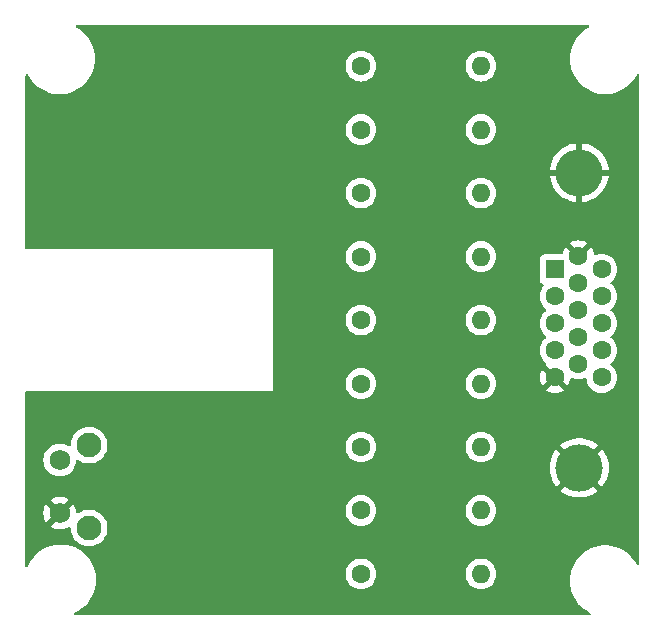
<source format=gtl>
%TF.GenerationSoftware,KiCad,Pcbnew,7.0.10*%
%TF.CreationDate,2024-01-30T15:37:57+11:00*%
%TF.ProjectId,RP2040-TestPatternGenerator,52503230-3430-42d5-9465-737450617474,rev?*%
%TF.SameCoordinates,Original*%
%TF.FileFunction,Copper,L1,Top*%
%TF.FilePolarity,Positive*%
%FSLAX46Y46*%
G04 Gerber Fmt 4.6, Leading zero omitted, Abs format (unit mm)*
G04 Created by KiCad (PCBNEW 7.0.10) date 2024-01-30 15:37:57*
%MOMM*%
%LPD*%
G01*
G04 APERTURE LIST*
%TA.AperFunction,ComponentPad*%
%ADD10O,1.600000X1.600000*%
%TD*%
%TA.AperFunction,ComponentPad*%
%ADD11C,1.600000*%
%TD*%
%TA.AperFunction,ComponentPad*%
%ADD12C,4.000000*%
%TD*%
%TA.AperFunction,ComponentPad*%
%ADD13O,4.000000X4.000000*%
%TD*%
%TA.AperFunction,ComponentPad*%
%ADD14R,1.600000X1.600000*%
%TD*%
%TA.AperFunction,ComponentPad*%
%ADD15C,2.100000*%
%TD*%
%TA.AperFunction,ComponentPad*%
%ADD16C,1.750000*%
%TD*%
G04 APERTURE END LIST*
D10*
%TO.P,R8,2*%
%TO.N,Net-(J1-Pad1)*%
X155580000Y-69875000D03*
D11*
%TO.P,R8,1*%
%TO.N,Net-(U1-14)*%
X145420000Y-69875000D03*
%TD*%
D10*
%TO.P,R7,2*%
%TO.N,Net-(J1-Pad1)*%
X155580000Y-75250000D03*
D11*
%TO.P,R7,1*%
%TO.N,Net-(U1-13)*%
X145420000Y-75250000D03*
%TD*%
D10*
%TO.P,R3,2*%
%TO.N,Net-(J1-Pad2)*%
X155580000Y-96750000D03*
D11*
%TO.P,R3,1*%
%TO.N,Net-(U1-9)*%
X145420000Y-96750000D03*
%TD*%
D10*
%TO.P,R6,2*%
%TO.N,Net-(J1-Pad1)*%
X155580000Y-80625000D03*
D11*
%TO.P,R6,1*%
%TO.N,Net-(U1-12)*%
X145420000Y-80625000D03*
%TD*%
D10*
%TO.P,R9,2*%
%TO.N,Net-(J1-Pad13)*%
X155580000Y-64500000D03*
D11*
%TO.P,R9,1*%
%TO.N,Net-(U1-15)*%
X145420000Y-64500000D03*
%TD*%
D10*
%TO.P,R1,2*%
%TO.N,Net-(J1-Pad3)*%
X155580000Y-107500000D03*
D11*
%TO.P,R1,1*%
%TO.N,Net-(U1-7)*%
X145420000Y-107500000D03*
%TD*%
D10*
%TO.P,R5,2*%
%TO.N,Net-(J1-Pad2)*%
X155580000Y-86000000D03*
D11*
%TO.P,R5,1*%
%TO.N,Net-(U1-11)*%
X145420000Y-86000000D03*
%TD*%
D10*
%TO.P,R4,2*%
%TO.N,Net-(J1-Pad2)*%
X155580000Y-91375000D03*
D11*
%TO.P,R4,1*%
%TO.N,Net-(U1-10)*%
X145420000Y-91375000D03*
%TD*%
D12*
%TO.P,RGBS OUT,0*%
%TO.N,Net-(U1-GND)*%
X163899669Y-98515000D03*
D13*
X163899669Y-73515000D03*
D14*
%TO.P,RGBS OUT,1*%
%TO.N,Net-(J1-Pad1)*%
X161849669Y-81700000D03*
D11*
%TO.P,RGBS OUT,2*%
%TO.N,Net-(J1-Pad2)*%
X161849669Y-83990000D03*
%TO.P,RGBS OUT,3*%
%TO.N,Net-(J1-Pad3)*%
X161849669Y-86280000D03*
%TO.P,RGBS OUT,4*%
%TO.N,unconnected-(J1-Pad4)*%
X161849669Y-88570000D03*
%TO.P,RGBS OUT,5*%
%TO.N,Net-(U1-GND)*%
X161849669Y-90860000D03*
%TO.P,RGBS OUT,6*%
X163829669Y-80555000D03*
%TO.P,RGBS OUT,7*%
X163829669Y-82845000D03*
%TO.P,RGBS OUT,8*%
X163829669Y-85135000D03*
%TO.P,RGBS OUT,9*%
%TO.N,unconnected-(J1-Pad9)*%
X163829669Y-87425000D03*
%TO.P,RGBS OUT,10*%
%TO.N,unconnected-(J1-Pad10)*%
X163829669Y-89715000D03*
%TO.P,RGBS OUT,11*%
%TO.N,unconnected-(J1-Pad11)*%
X165809669Y-81700000D03*
%TO.P,RGBS OUT,12*%
%TO.N,unconnected-(J1-Pad12)*%
X165809669Y-83990000D03*
%TO.P,RGBS OUT,13*%
%TO.N,Net-(J1-Pad13)*%
X165809669Y-86280000D03*
%TO.P,RGBS OUT,14*%
%TO.N,unconnected-(J1-Pad14)*%
X165809669Y-88570000D03*
%TO.P,RGBS OUT,15*%
%TO.N,unconnected-(J1-Pad15)*%
X165809669Y-90860000D03*
%TD*%
D15*
%TO.P,SW1,*%
%TO.N,*%
X122400000Y-103600000D03*
X122400000Y-96590000D03*
D16*
%TO.P,SW1,1,1*%
%TO.N,Net-(U1-GND)*%
X119910000Y-102350000D03*
%TO.P,SW1,2,2*%
%TO.N,Net-(U1-2)*%
X119910000Y-97850000D03*
%TD*%
D10*
%TO.P,R2,2*%
%TO.N,Net-(J1-Pad3)*%
X155580000Y-102125000D03*
D11*
%TO.P,R2,1*%
%TO.N,Net-(U1-8)*%
X145420000Y-102125000D03*
%TD*%
%TA.AperFunction,Conductor*%
%TO.N,Net-(U1-GND)*%
G36*
X164689418Y-61020185D02*
G01*
X164735173Y-61072989D01*
X164745117Y-61142147D01*
X164716092Y-61205703D01*
X164678030Y-61235310D01*
X164601875Y-61273556D01*
X164601873Y-61273557D01*
X164310383Y-61465272D01*
X164043150Y-61689508D01*
X164043140Y-61689518D01*
X163803735Y-61943271D01*
X163803730Y-61943277D01*
X163595404Y-62223108D01*
X163420971Y-62525234D01*
X163420965Y-62525247D01*
X163282789Y-62845575D01*
X163182730Y-63179797D01*
X163182728Y-63179806D01*
X163122153Y-63523346D01*
X163122152Y-63523357D01*
X163101867Y-63871633D01*
X163101867Y-63871640D01*
X163122152Y-64219916D01*
X163122153Y-64219927D01*
X163182728Y-64563467D01*
X163182730Y-64563476D01*
X163182732Y-64563485D01*
X163231593Y-64726692D01*
X163282789Y-64897698D01*
X163420965Y-65218026D01*
X163420971Y-65218039D01*
X163595404Y-65520165D01*
X163803730Y-65799996D01*
X163803735Y-65800002D01*
X163927379Y-65931056D01*
X164043142Y-66053758D01*
X164043148Y-66053763D01*
X164043150Y-66053765D01*
X164310383Y-66278001D01*
X164310386Y-66278003D01*
X164310391Y-66278007D01*
X164601867Y-66469713D01*
X164601873Y-66469716D01*
X164601875Y-66469717D01*
X164913620Y-66626281D01*
X164913621Y-66626282D01*
X164913624Y-66626283D01*
X164913628Y-66626285D01*
X165241457Y-66745606D01*
X165580922Y-66826060D01*
X165927433Y-66866561D01*
X165927440Y-66866561D01*
X166276294Y-66866561D01*
X166276301Y-66866561D01*
X166622812Y-66826060D01*
X166962277Y-66745606D01*
X167290106Y-66626285D01*
X167601867Y-66469713D01*
X167893343Y-66278007D01*
X168160592Y-66053758D01*
X168400000Y-65800000D01*
X168608330Y-65520164D01*
X168768114Y-65243410D01*
X168818680Y-65195196D01*
X168887287Y-65181973D01*
X168952152Y-65207941D01*
X168992680Y-65264856D01*
X168999500Y-65305412D01*
X168999500Y-106637861D01*
X168979815Y-106704900D01*
X168927011Y-106750655D01*
X168857853Y-106760599D01*
X168794297Y-106731574D01*
X168768113Y-106699861D01*
X168608329Y-106423108D01*
X168400003Y-106143277D01*
X168399998Y-106143271D01*
X168284237Y-106020572D01*
X168160592Y-105889516D01*
X168160585Y-105889510D01*
X168160583Y-105889508D01*
X167893350Y-105665272D01*
X167893345Y-105665268D01*
X167893343Y-105665267D01*
X167601867Y-105473561D01*
X167601863Y-105473559D01*
X167601860Y-105473557D01*
X167601858Y-105473556D01*
X167290113Y-105316992D01*
X167290112Y-105316991D01*
X166962274Y-105197667D01*
X166702693Y-105136146D01*
X166622812Y-105117214D01*
X166276301Y-105076713D01*
X165927433Y-105076713D01*
X165580922Y-105117214D01*
X165241459Y-105197667D01*
X164913621Y-105316991D01*
X164913620Y-105316992D01*
X164601875Y-105473556D01*
X164601873Y-105473557D01*
X164310383Y-105665272D01*
X164043150Y-105889508D01*
X164043140Y-105889518D01*
X163803735Y-106143271D01*
X163803730Y-106143277D01*
X163595404Y-106423108D01*
X163420971Y-106725234D01*
X163420965Y-106725247D01*
X163282789Y-107045575D01*
X163222504Y-107246939D01*
X163204177Y-107308160D01*
X163182730Y-107379797D01*
X163182728Y-107379806D01*
X163122153Y-107723346D01*
X163122152Y-107723357D01*
X163101867Y-108071633D01*
X163101867Y-108071640D01*
X163122152Y-108419916D01*
X163122153Y-108419927D01*
X163182728Y-108763467D01*
X163182730Y-108763476D01*
X163182732Y-108763485D01*
X163231654Y-108926896D01*
X163282789Y-109097698D01*
X163420965Y-109418026D01*
X163420971Y-109418039D01*
X163595404Y-109720165D01*
X163803730Y-109999996D01*
X163803735Y-110000002D01*
X163896709Y-110098548D01*
X164043142Y-110253758D01*
X164043148Y-110253763D01*
X164043150Y-110253765D01*
X164310383Y-110478001D01*
X164310386Y-110478003D01*
X164310391Y-110478007D01*
X164601867Y-110669713D01*
X164601873Y-110669716D01*
X164601874Y-110669717D01*
X164790981Y-110764690D01*
X164842055Y-110812368D01*
X164859245Y-110880090D01*
X164837093Y-110946355D01*
X164782631Y-110990124D01*
X164735330Y-110999500D01*
X121218753Y-110999500D01*
X121151714Y-110979815D01*
X121105959Y-110927011D01*
X121096015Y-110857853D01*
X121125040Y-110794297D01*
X121176343Y-110758978D01*
X121178895Y-110758048D01*
X121188239Y-110754648D01*
X121500000Y-110598076D01*
X121791476Y-110406370D01*
X122058725Y-110182121D01*
X122298133Y-109928363D01*
X122506463Y-109648527D01*
X122680898Y-109346398D01*
X122819078Y-109026060D01*
X122919135Y-108691848D01*
X122979715Y-108348279D01*
X123000000Y-108000000D01*
X122979715Y-107651721D01*
X122952963Y-107500001D01*
X144114532Y-107500001D01*
X144134364Y-107726686D01*
X144134366Y-107726697D01*
X144193258Y-107946488D01*
X144193261Y-107946497D01*
X144289431Y-108152732D01*
X144289432Y-108152734D01*
X144419954Y-108339141D01*
X144580858Y-108500045D01*
X144580861Y-108500047D01*
X144767266Y-108630568D01*
X144973504Y-108726739D01*
X145193308Y-108785635D01*
X145355230Y-108799801D01*
X145419998Y-108805468D01*
X145420000Y-108805468D01*
X145420002Y-108805468D01*
X145476673Y-108800509D01*
X145646692Y-108785635D01*
X145866496Y-108726739D01*
X146072734Y-108630568D01*
X146259139Y-108500047D01*
X146420047Y-108339139D01*
X146550568Y-108152734D01*
X146646739Y-107946496D01*
X146705635Y-107726692D01*
X146725468Y-107500001D01*
X154274532Y-107500001D01*
X154294364Y-107726686D01*
X154294366Y-107726697D01*
X154353258Y-107946488D01*
X154353261Y-107946497D01*
X154449431Y-108152732D01*
X154449432Y-108152734D01*
X154579954Y-108339141D01*
X154740858Y-108500045D01*
X154740861Y-108500047D01*
X154927266Y-108630568D01*
X155133504Y-108726739D01*
X155353308Y-108785635D01*
X155515230Y-108799801D01*
X155579998Y-108805468D01*
X155580000Y-108805468D01*
X155580002Y-108805468D01*
X155636673Y-108800509D01*
X155806692Y-108785635D01*
X156026496Y-108726739D01*
X156232734Y-108630568D01*
X156419139Y-108500047D01*
X156580047Y-108339139D01*
X156710568Y-108152734D01*
X156806739Y-107946496D01*
X156865635Y-107726692D01*
X156885468Y-107500000D01*
X156865635Y-107273308D01*
X156806739Y-107053504D01*
X156710568Y-106847266D01*
X156580047Y-106660861D01*
X156580045Y-106660858D01*
X156419141Y-106499954D01*
X156232734Y-106369432D01*
X156232732Y-106369431D01*
X156026497Y-106273261D01*
X156026488Y-106273258D01*
X155806697Y-106214366D01*
X155806693Y-106214365D01*
X155806692Y-106214365D01*
X155806691Y-106214364D01*
X155806686Y-106214364D01*
X155580002Y-106194532D01*
X155579998Y-106194532D01*
X155353313Y-106214364D01*
X155353302Y-106214366D01*
X155133511Y-106273258D01*
X155133502Y-106273261D01*
X154927267Y-106369431D01*
X154927265Y-106369432D01*
X154740858Y-106499954D01*
X154579954Y-106660858D01*
X154449432Y-106847265D01*
X154449431Y-106847267D01*
X154353261Y-107053502D01*
X154353258Y-107053511D01*
X154294366Y-107273302D01*
X154294364Y-107273313D01*
X154274532Y-107499998D01*
X154274532Y-107500001D01*
X146725468Y-107500001D01*
X146725468Y-107500000D01*
X146705635Y-107273308D01*
X146646739Y-107053504D01*
X146550568Y-106847266D01*
X146420047Y-106660861D01*
X146420045Y-106660858D01*
X146259141Y-106499954D01*
X146072734Y-106369432D01*
X146072732Y-106369431D01*
X145866497Y-106273261D01*
X145866488Y-106273258D01*
X145646697Y-106214366D01*
X145646693Y-106214365D01*
X145646692Y-106214365D01*
X145646691Y-106214364D01*
X145646686Y-106214364D01*
X145420002Y-106194532D01*
X145419998Y-106194532D01*
X145193313Y-106214364D01*
X145193302Y-106214366D01*
X144973511Y-106273258D01*
X144973502Y-106273261D01*
X144767267Y-106369431D01*
X144767265Y-106369432D01*
X144580858Y-106499954D01*
X144419954Y-106660858D01*
X144289432Y-106847265D01*
X144289431Y-106847267D01*
X144193261Y-107053502D01*
X144193258Y-107053511D01*
X144134366Y-107273302D01*
X144134364Y-107273313D01*
X144114532Y-107499998D01*
X144114532Y-107500001D01*
X122952963Y-107500001D01*
X122919135Y-107308152D01*
X122819078Y-106973940D01*
X122680898Y-106653602D01*
X122506463Y-106351473D01*
X122506462Y-106351471D01*
X122298136Y-106071640D01*
X122298131Y-106071634D01*
X122182370Y-105948935D01*
X122058725Y-105817879D01*
X122058718Y-105817873D01*
X122058716Y-105817871D01*
X121791483Y-105593635D01*
X121791478Y-105593631D01*
X121791476Y-105593630D01*
X121500000Y-105401924D01*
X121499996Y-105401922D01*
X121499993Y-105401920D01*
X121499991Y-105401919D01*
X121188246Y-105245355D01*
X121188245Y-105245354D01*
X120940806Y-105155293D01*
X120860410Y-105126031D01*
X120860409Y-105126030D01*
X120860407Y-105126030D01*
X120652319Y-105076713D01*
X120520945Y-105045577D01*
X120174434Y-105005076D01*
X119825566Y-105005076D01*
X119479055Y-105045577D01*
X119139592Y-105126030D01*
X118811754Y-105245354D01*
X118811753Y-105245355D01*
X118500008Y-105401919D01*
X118500006Y-105401920D01*
X118208516Y-105593635D01*
X117941283Y-105817871D01*
X117941273Y-105817881D01*
X117701868Y-106071634D01*
X117701863Y-106071640D01*
X117493537Y-106351471D01*
X117319104Y-106653597D01*
X117319098Y-106653610D01*
X117238359Y-106840785D01*
X117193731Y-106894545D01*
X117127123Y-106915643D01*
X117059682Y-106897381D01*
X117012821Y-106845557D01*
X117000500Y-106791671D01*
X117000500Y-102350006D01*
X118530288Y-102350006D01*
X118549103Y-102577085D01*
X118549105Y-102577093D01*
X118605045Y-102797993D01*
X118696579Y-103006669D01*
X118776874Y-103129570D01*
X119430951Y-102475495D01*
X119455102Y-102557745D01*
X119532057Y-102677489D01*
X119639631Y-102770702D01*
X119769108Y-102829833D01*
X119781882Y-102831669D01*
X119129015Y-103484536D01*
X119129015Y-103484538D01*
X119155360Y-103505043D01*
X119155371Y-103505050D01*
X119355769Y-103613499D01*
X119355780Y-103613504D01*
X119571298Y-103687492D01*
X119796065Y-103725000D01*
X120023935Y-103725000D01*
X120248701Y-103687492D01*
X120464219Y-103613504D01*
X120464230Y-103613499D01*
X120662506Y-103506199D01*
X120730834Y-103491604D01*
X120796206Y-103516267D01*
X120837867Y-103572358D01*
X120845140Y-103605523D01*
X120845769Y-103613504D01*
X120863853Y-103843297D01*
X120920830Y-104080619D01*
X121014222Y-104306089D01*
X121141737Y-104514173D01*
X121141738Y-104514176D01*
X121141741Y-104514179D01*
X121300241Y-104699759D01*
X121443897Y-104822453D01*
X121485823Y-104858261D01*
X121485826Y-104858262D01*
X121693910Y-104985777D01*
X121838282Y-105045577D01*
X121913451Y-105076713D01*
X121919381Y-105079169D01*
X121919378Y-105079169D01*
X121919384Y-105079170D01*
X121919388Y-105079172D01*
X122156698Y-105136146D01*
X122400000Y-105155294D01*
X122643302Y-105136146D01*
X122880612Y-105079172D01*
X123106089Y-104985777D01*
X123314179Y-104858259D01*
X123499759Y-104699759D01*
X123658259Y-104514179D01*
X123785777Y-104306089D01*
X123879172Y-104080612D01*
X123936146Y-103843302D01*
X123955294Y-103600000D01*
X123936146Y-103356698D01*
X123879172Y-103119388D01*
X123814867Y-102964141D01*
X123785777Y-102893910D01*
X123658262Y-102685826D01*
X123658261Y-102685823D01*
X123622453Y-102643897D01*
X123499759Y-102500241D01*
X123325836Y-102351697D01*
X123314176Y-102341738D01*
X123314173Y-102341737D01*
X123106089Y-102214222D01*
X122890688Y-102125001D01*
X144114532Y-102125001D01*
X144134364Y-102351686D01*
X144134366Y-102351697D01*
X144193258Y-102571488D01*
X144193261Y-102571497D01*
X144289431Y-102777732D01*
X144289432Y-102777734D01*
X144419954Y-102964141D01*
X144580858Y-103125045D01*
X144627693Y-103157839D01*
X144767266Y-103255568D01*
X144973504Y-103351739D01*
X145193308Y-103410635D01*
X145355230Y-103424801D01*
X145419998Y-103430468D01*
X145420000Y-103430468D01*
X145420002Y-103430468D01*
X145476673Y-103425509D01*
X145646692Y-103410635D01*
X145866496Y-103351739D01*
X146072734Y-103255568D01*
X146259139Y-103125047D01*
X146420047Y-102964139D01*
X146550568Y-102777734D01*
X146646739Y-102571496D01*
X146705635Y-102351692D01*
X146725468Y-102125001D01*
X154274532Y-102125001D01*
X154294364Y-102351686D01*
X154294366Y-102351697D01*
X154353258Y-102571488D01*
X154353261Y-102571497D01*
X154449431Y-102777732D01*
X154449432Y-102777734D01*
X154579954Y-102964141D01*
X154740858Y-103125045D01*
X154787693Y-103157839D01*
X154927266Y-103255568D01*
X155133504Y-103351739D01*
X155353308Y-103410635D01*
X155515230Y-103424801D01*
X155579998Y-103430468D01*
X155580000Y-103430468D01*
X155580002Y-103430468D01*
X155636673Y-103425509D01*
X155806692Y-103410635D01*
X156026496Y-103351739D01*
X156232734Y-103255568D01*
X156419139Y-103125047D01*
X156580047Y-102964139D01*
X156710568Y-102777734D01*
X156806739Y-102571496D01*
X156865635Y-102351692D01*
X156885468Y-102125000D01*
X156885285Y-102122914D01*
X156868346Y-101929298D01*
X156865635Y-101898308D01*
X156806739Y-101678504D01*
X156710568Y-101472266D01*
X156580047Y-101285861D01*
X156580045Y-101285858D01*
X156419141Y-101124954D01*
X156232734Y-100994432D01*
X156232732Y-100994431D01*
X156026497Y-100898261D01*
X156026488Y-100898258D01*
X155806697Y-100839366D01*
X155806693Y-100839365D01*
X155806692Y-100839365D01*
X155806691Y-100839364D01*
X155806686Y-100839364D01*
X155580002Y-100819532D01*
X155579998Y-100819532D01*
X155353313Y-100839364D01*
X155353302Y-100839366D01*
X155133511Y-100898258D01*
X155133502Y-100898261D01*
X154927267Y-100994431D01*
X154927265Y-100994432D01*
X154740858Y-101124954D01*
X154579954Y-101285858D01*
X154449432Y-101472265D01*
X154449431Y-101472267D01*
X154353261Y-101678502D01*
X154353258Y-101678511D01*
X154294366Y-101898302D01*
X154294364Y-101898313D01*
X154274532Y-102124998D01*
X154274532Y-102125001D01*
X146725468Y-102125001D01*
X146725468Y-102125000D01*
X146725285Y-102122914D01*
X146708346Y-101929298D01*
X146705635Y-101898308D01*
X146646739Y-101678504D01*
X146550568Y-101472266D01*
X146420047Y-101285861D01*
X146420045Y-101285858D01*
X146259141Y-101124954D01*
X146072734Y-100994432D01*
X146072732Y-100994431D01*
X145866497Y-100898261D01*
X145866488Y-100898258D01*
X145646697Y-100839366D01*
X145646693Y-100839365D01*
X145646692Y-100839365D01*
X145646691Y-100839364D01*
X145646686Y-100839364D01*
X145420002Y-100819532D01*
X145419998Y-100819532D01*
X145193313Y-100839364D01*
X145193302Y-100839366D01*
X144973511Y-100898258D01*
X144973502Y-100898261D01*
X144767267Y-100994431D01*
X144767265Y-100994432D01*
X144580858Y-101124954D01*
X144419954Y-101285858D01*
X144289432Y-101472265D01*
X144289431Y-101472267D01*
X144193261Y-101678502D01*
X144193258Y-101678511D01*
X144134366Y-101898302D01*
X144134364Y-101898313D01*
X144114532Y-102124998D01*
X144114532Y-102125001D01*
X122890688Y-102125001D01*
X122880618Y-102120830D01*
X122880621Y-102120830D01*
X122774992Y-102095470D01*
X122643302Y-102063854D01*
X122643300Y-102063853D01*
X122643297Y-102063853D01*
X122400000Y-102044706D01*
X122156702Y-102063853D01*
X121919380Y-102120830D01*
X121693910Y-102214222D01*
X121485826Y-102341737D01*
X121481885Y-102344601D01*
X121481214Y-102343677D01*
X121422363Y-102370035D01*
X121353280Y-102359585D01*
X121300812Y-102313444D01*
X121282039Y-102257410D01*
X121270894Y-102122905D01*
X121214954Y-101902006D01*
X121123421Y-101693333D01*
X121043123Y-101570427D01*
X120389048Y-102224503D01*
X120364898Y-102142255D01*
X120287943Y-102022511D01*
X120180369Y-101929298D01*
X120050892Y-101870167D01*
X120038117Y-101868330D01*
X120690983Y-101215462D01*
X120664626Y-101194948D01*
X120464230Y-101086500D01*
X120464219Y-101086495D01*
X120248701Y-101012507D01*
X120023935Y-100975000D01*
X119796065Y-100975000D01*
X119571298Y-101012507D01*
X119355780Y-101086495D01*
X119355769Y-101086500D01*
X119155366Y-101194952D01*
X119129015Y-101215461D01*
X119129015Y-101215463D01*
X119781883Y-101868330D01*
X119769108Y-101870167D01*
X119639631Y-101929298D01*
X119532057Y-102022511D01*
X119455102Y-102142255D01*
X119430951Y-102224504D01*
X118776874Y-101570427D01*
X118696579Y-101693330D01*
X118605045Y-101902006D01*
X118549105Y-102122906D01*
X118549103Y-102122914D01*
X118530288Y-102349993D01*
X118530288Y-102350006D01*
X117000500Y-102350006D01*
X117000500Y-97850006D01*
X118529786Y-97850006D01*
X118548608Y-98077168D01*
X118548610Y-98077179D01*
X118604569Y-98298155D01*
X118696137Y-98506908D01*
X118820814Y-98697742D01*
X118820817Y-98697745D01*
X118941592Y-98828942D01*
X118975208Y-98865458D01*
X118975212Y-98865461D01*
X119155094Y-99005469D01*
X119155096Y-99005470D01*
X119155099Y-99005472D01*
X119271646Y-99068543D01*
X119355574Y-99113963D01*
X119425469Y-99137958D01*
X119571173Y-99187979D01*
X119571175Y-99187979D01*
X119571177Y-99187980D01*
X119796023Y-99225500D01*
X119796024Y-99225500D01*
X120023976Y-99225500D01*
X120023977Y-99225500D01*
X120248823Y-99187980D01*
X120464426Y-99113963D01*
X120664906Y-99005469D01*
X120844794Y-98865456D01*
X120999183Y-98697745D01*
X121118573Y-98515005D01*
X161394726Y-98515005D01*
X161414476Y-98828942D01*
X161414477Y-98828949D01*
X161473424Y-99137958D01*
X161570632Y-99437132D01*
X161570634Y-99437137D01*
X161704569Y-99721761D01*
X161704572Y-99721767D01*
X161873126Y-99987367D01*
X161873129Y-99987371D01*
X161963955Y-100097160D01*
X163299669Y-98761446D01*
X163299669Y-99468551D01*
X162314640Y-100453579D01*
X162314641Y-100453581D01*
X162557441Y-100629985D01*
X162557459Y-100629996D01*
X162833116Y-100781540D01*
X162833124Y-100781544D01*
X163125595Y-100897340D01*
X163430289Y-100975573D01*
X163430298Y-100975575D01*
X163742370Y-101014999D01*
X163742384Y-101015000D01*
X164056954Y-101015000D01*
X164056967Y-101014999D01*
X164369039Y-100975575D01*
X164369048Y-100975573D01*
X164673742Y-100897340D01*
X164966213Y-100781544D01*
X164966221Y-100781540D01*
X165241878Y-100629996D01*
X165241888Y-100629990D01*
X165484695Y-100453579D01*
X165484696Y-100453579D01*
X164499669Y-99468552D01*
X164499669Y-98761448D01*
X165835381Y-100097160D01*
X165926213Y-99987364D01*
X166094765Y-99721767D01*
X166094768Y-99721761D01*
X166228703Y-99437137D01*
X166228705Y-99437132D01*
X166325913Y-99137958D01*
X166384860Y-98828949D01*
X166384861Y-98828942D01*
X166404612Y-98515005D01*
X166404612Y-98514994D01*
X166384861Y-98201057D01*
X166384860Y-98201050D01*
X166325913Y-97892041D01*
X166228705Y-97592867D01*
X166228703Y-97592862D01*
X166094768Y-97308238D01*
X166094765Y-97308232D01*
X165926211Y-97042632D01*
X165926208Y-97042628D01*
X165835381Y-96932838D01*
X164499669Y-98268550D01*
X164499669Y-97561447D01*
X165484696Y-96576419D01*
X165484695Y-96576417D01*
X165241896Y-96400014D01*
X165241878Y-96400003D01*
X164966221Y-96248459D01*
X164966213Y-96248455D01*
X164673742Y-96132659D01*
X164369048Y-96054426D01*
X164369039Y-96054424D01*
X164056967Y-96015000D01*
X163742370Y-96015000D01*
X163430298Y-96054424D01*
X163430289Y-96054426D01*
X163125595Y-96132659D01*
X162833124Y-96248455D01*
X162833116Y-96248459D01*
X162557456Y-96400004D01*
X162557451Y-96400007D01*
X162314641Y-96576418D01*
X162314640Y-96576419D01*
X163299669Y-97561447D01*
X163299669Y-98268552D01*
X161963955Y-96932838D01*
X161963954Y-96932838D01*
X161873128Y-97042629D01*
X161873126Y-97042632D01*
X161704572Y-97308232D01*
X161704569Y-97308238D01*
X161570634Y-97592862D01*
X161570632Y-97592867D01*
X161473424Y-97892041D01*
X161414477Y-98201050D01*
X161414476Y-98201057D01*
X161394726Y-98514994D01*
X161394726Y-98515005D01*
X121118573Y-98515005D01*
X121123862Y-98506909D01*
X121215430Y-98298155D01*
X121271390Y-98077176D01*
X121283282Y-97933647D01*
X121308436Y-97868465D01*
X121364838Y-97827226D01*
X121434581Y-97823028D01*
X121481122Y-97846448D01*
X121481885Y-97845399D01*
X121485816Y-97848254D01*
X121485821Y-97848259D01*
X121485826Y-97848262D01*
X121693910Y-97975777D01*
X121919381Y-98069169D01*
X121919378Y-98069169D01*
X121919384Y-98069170D01*
X121919388Y-98069172D01*
X122156698Y-98126146D01*
X122400000Y-98145294D01*
X122643302Y-98126146D01*
X122880612Y-98069172D01*
X123106089Y-97975777D01*
X123314179Y-97848259D01*
X123499759Y-97689759D01*
X123658259Y-97504179D01*
X123785777Y-97296089D01*
X123879172Y-97070612D01*
X123936146Y-96833302D01*
X123942702Y-96750001D01*
X144114532Y-96750001D01*
X144134364Y-96976686D01*
X144134366Y-96976697D01*
X144193258Y-97196488D01*
X144193261Y-97196497D01*
X144289431Y-97402732D01*
X144289432Y-97402734D01*
X144419954Y-97589141D01*
X144580858Y-97750045D01*
X144580861Y-97750047D01*
X144767266Y-97880568D01*
X144973504Y-97976739D01*
X145193308Y-98035635D01*
X145355230Y-98049801D01*
X145419998Y-98055468D01*
X145420000Y-98055468D01*
X145420002Y-98055468D01*
X145476673Y-98050509D01*
X145646692Y-98035635D01*
X145866496Y-97976739D01*
X146072734Y-97880568D01*
X146259139Y-97750047D01*
X146420047Y-97589139D01*
X146550568Y-97402734D01*
X146646739Y-97196496D01*
X146705635Y-96976692D01*
X146725468Y-96750001D01*
X154274532Y-96750001D01*
X154294364Y-96976686D01*
X154294366Y-96976697D01*
X154353258Y-97196488D01*
X154353261Y-97196497D01*
X154449431Y-97402732D01*
X154449432Y-97402734D01*
X154579954Y-97589141D01*
X154740858Y-97750045D01*
X154740861Y-97750047D01*
X154927266Y-97880568D01*
X155133504Y-97976739D01*
X155353308Y-98035635D01*
X155515230Y-98049801D01*
X155579998Y-98055468D01*
X155580000Y-98055468D01*
X155580002Y-98055468D01*
X155636673Y-98050509D01*
X155806692Y-98035635D01*
X156026496Y-97976739D01*
X156232734Y-97880568D01*
X156419139Y-97750047D01*
X156580047Y-97589139D01*
X156710568Y-97402734D01*
X156806739Y-97196496D01*
X156865635Y-96976692D01*
X156885468Y-96750000D01*
X156865635Y-96523308D01*
X156806739Y-96303504D01*
X156710568Y-96097266D01*
X156580047Y-95910861D01*
X156580045Y-95910858D01*
X156419141Y-95749954D01*
X156232734Y-95619432D01*
X156232732Y-95619431D01*
X156026497Y-95523261D01*
X156026488Y-95523258D01*
X155806697Y-95464366D01*
X155806693Y-95464365D01*
X155806692Y-95464365D01*
X155806691Y-95464364D01*
X155806686Y-95464364D01*
X155580002Y-95444532D01*
X155579998Y-95444532D01*
X155353313Y-95464364D01*
X155353302Y-95464366D01*
X155133511Y-95523258D01*
X155133502Y-95523261D01*
X154927267Y-95619431D01*
X154927265Y-95619432D01*
X154740858Y-95749954D01*
X154579954Y-95910858D01*
X154449432Y-96097265D01*
X154449431Y-96097267D01*
X154353261Y-96303502D01*
X154353258Y-96303511D01*
X154294366Y-96523302D01*
X154294364Y-96523313D01*
X154274532Y-96749998D01*
X154274532Y-96750001D01*
X146725468Y-96750001D01*
X146725468Y-96750000D01*
X146705635Y-96523308D01*
X146646739Y-96303504D01*
X146550568Y-96097266D01*
X146420047Y-95910861D01*
X146420045Y-95910858D01*
X146259141Y-95749954D01*
X146072734Y-95619432D01*
X146072732Y-95619431D01*
X145866497Y-95523261D01*
X145866488Y-95523258D01*
X145646697Y-95464366D01*
X145646693Y-95464365D01*
X145646692Y-95464365D01*
X145646691Y-95464364D01*
X145646686Y-95464364D01*
X145420002Y-95444532D01*
X145419998Y-95444532D01*
X145193313Y-95464364D01*
X145193302Y-95464366D01*
X144973511Y-95523258D01*
X144973502Y-95523261D01*
X144767267Y-95619431D01*
X144767265Y-95619432D01*
X144580858Y-95749954D01*
X144419954Y-95910858D01*
X144289432Y-96097265D01*
X144289431Y-96097267D01*
X144193261Y-96303502D01*
X144193258Y-96303511D01*
X144134366Y-96523302D01*
X144134364Y-96523313D01*
X144114532Y-96749998D01*
X144114532Y-96750001D01*
X123942702Y-96750001D01*
X123955294Y-96590000D01*
X123936146Y-96346698D01*
X123879172Y-96109388D01*
X123879169Y-96109380D01*
X123785777Y-95883910D01*
X123658262Y-95675826D01*
X123658261Y-95675823D01*
X123610097Y-95619431D01*
X123499759Y-95490241D01*
X123377063Y-95385449D01*
X123314176Y-95331738D01*
X123314173Y-95331737D01*
X123106089Y-95204222D01*
X122880618Y-95110830D01*
X122880621Y-95110830D01*
X122774992Y-95085470D01*
X122643302Y-95053854D01*
X122643300Y-95053853D01*
X122643297Y-95053853D01*
X122400000Y-95034706D01*
X122156702Y-95053853D01*
X121919380Y-95110830D01*
X121693910Y-95204222D01*
X121485826Y-95331737D01*
X121485823Y-95331738D01*
X121300241Y-95490241D01*
X121141738Y-95675823D01*
X121141737Y-95675826D01*
X121014222Y-95883910D01*
X120920830Y-96109380D01*
X120863853Y-96346702D01*
X120844429Y-96593520D01*
X120819545Y-96658808D01*
X120763314Y-96700279D01*
X120693589Y-96704766D01*
X120661794Y-96692846D01*
X120464432Y-96586040D01*
X120464429Y-96586039D01*
X120464426Y-96586037D01*
X120464420Y-96586035D01*
X120464418Y-96586034D01*
X120248826Y-96512020D01*
X120080188Y-96483880D01*
X120023977Y-96474500D01*
X119796023Y-96474500D01*
X119751053Y-96482004D01*
X119571173Y-96512020D01*
X119355581Y-96586034D01*
X119355567Y-96586040D01*
X119155099Y-96694527D01*
X119155090Y-96694533D01*
X118975212Y-96834538D01*
X118975208Y-96834541D01*
X118820814Y-97002257D01*
X118696137Y-97193091D01*
X118604569Y-97401844D01*
X118548610Y-97622820D01*
X118548608Y-97622831D01*
X118529786Y-97849993D01*
X118529786Y-97850006D01*
X117000500Y-97850006D01*
X117000500Y-92103500D01*
X117020185Y-92036461D01*
X117072989Y-91990706D01*
X117124500Y-91979500D01*
X137975240Y-91979500D01*
X137975383Y-91979528D01*
X137975384Y-91979524D01*
X137999997Y-91979539D01*
X138000000Y-91979541D01*
X138000383Y-91979383D01*
X138000500Y-91979099D01*
X138000541Y-91979000D01*
X138000540Y-91978997D01*
X138000583Y-91954889D01*
X138000500Y-91954467D01*
X138000500Y-91375001D01*
X144114532Y-91375001D01*
X144134364Y-91601686D01*
X144134366Y-91601697D01*
X144193258Y-91821488D01*
X144193261Y-91821497D01*
X144289431Y-92027732D01*
X144289432Y-92027734D01*
X144419954Y-92214141D01*
X144580858Y-92375045D01*
X144580861Y-92375047D01*
X144767266Y-92505568D01*
X144973504Y-92601739D01*
X145193308Y-92660635D01*
X145355230Y-92674801D01*
X145419998Y-92680468D01*
X145420000Y-92680468D01*
X145420002Y-92680468D01*
X145476673Y-92675509D01*
X145646692Y-92660635D01*
X145866496Y-92601739D01*
X146072734Y-92505568D01*
X146259139Y-92375047D01*
X146420047Y-92214139D01*
X146550568Y-92027734D01*
X146646739Y-91821496D01*
X146705635Y-91601692D01*
X146725468Y-91375001D01*
X154274532Y-91375001D01*
X154294364Y-91601686D01*
X154294366Y-91601697D01*
X154353258Y-91821488D01*
X154353261Y-91821497D01*
X154449431Y-92027732D01*
X154449432Y-92027734D01*
X154579954Y-92214141D01*
X154740858Y-92375045D01*
X154740861Y-92375047D01*
X154927266Y-92505568D01*
X155133504Y-92601739D01*
X155353308Y-92660635D01*
X155515230Y-92674801D01*
X155579998Y-92680468D01*
X155580000Y-92680468D01*
X155580002Y-92680468D01*
X155636673Y-92675509D01*
X155806692Y-92660635D01*
X156026496Y-92601739D01*
X156232734Y-92505568D01*
X156419139Y-92375047D01*
X156580047Y-92214139D01*
X156710568Y-92027734D01*
X156806739Y-91821496D01*
X156865635Y-91601692D01*
X156885468Y-91375000D01*
X156865635Y-91148308D01*
X156810285Y-90941738D01*
X156806741Y-90928511D01*
X156806738Y-90928502D01*
X156710568Y-90722267D01*
X156710567Y-90722265D01*
X156648279Y-90633308D01*
X156580047Y-90535861D01*
X156580045Y-90535858D01*
X156419141Y-90374954D01*
X156232734Y-90244432D01*
X156232732Y-90244431D01*
X156026497Y-90148261D01*
X156026488Y-90148258D01*
X155806697Y-90089366D01*
X155806693Y-90089365D01*
X155806692Y-90089365D01*
X155806691Y-90089364D01*
X155806686Y-90089364D01*
X155580002Y-90069532D01*
X155579998Y-90069532D01*
X155353313Y-90089364D01*
X155353302Y-90089366D01*
X155133511Y-90148258D01*
X155133502Y-90148261D01*
X154927267Y-90244431D01*
X154927265Y-90244432D01*
X154740858Y-90374954D01*
X154579954Y-90535858D01*
X154449432Y-90722265D01*
X154449431Y-90722267D01*
X154353261Y-90928502D01*
X154353258Y-90928511D01*
X154294366Y-91148302D01*
X154294364Y-91148313D01*
X154274532Y-91374998D01*
X154274532Y-91375001D01*
X146725468Y-91375001D01*
X146725468Y-91375000D01*
X146705635Y-91148308D01*
X146650285Y-90941738D01*
X146646741Y-90928511D01*
X146646738Y-90928502D01*
X146550568Y-90722267D01*
X146550567Y-90722265D01*
X146488279Y-90633308D01*
X146420047Y-90535861D01*
X146420045Y-90535858D01*
X146259141Y-90374954D01*
X146072734Y-90244432D01*
X146072732Y-90244431D01*
X145866497Y-90148261D01*
X145866488Y-90148258D01*
X145646697Y-90089366D01*
X145646693Y-90089365D01*
X145646692Y-90089365D01*
X145646691Y-90089364D01*
X145646686Y-90089364D01*
X145420002Y-90069532D01*
X145419998Y-90069532D01*
X145193313Y-90089364D01*
X145193302Y-90089366D01*
X144973511Y-90148258D01*
X144973502Y-90148261D01*
X144767267Y-90244431D01*
X144767265Y-90244432D01*
X144580858Y-90374954D01*
X144419954Y-90535858D01*
X144289432Y-90722265D01*
X144289431Y-90722267D01*
X144193261Y-90928502D01*
X144193258Y-90928511D01*
X144134366Y-91148302D01*
X144134364Y-91148313D01*
X144114532Y-91374998D01*
X144114532Y-91375001D01*
X138000500Y-91375001D01*
X138000500Y-88570001D01*
X160544201Y-88570001D01*
X160564033Y-88796686D01*
X160564035Y-88796697D01*
X160622927Y-89016488D01*
X160622930Y-89016497D01*
X160719100Y-89222732D01*
X160719101Y-89222734D01*
X160849623Y-89409141D01*
X161010527Y-89570045D01*
X161076378Y-89616154D01*
X161120003Y-89670730D01*
X161128783Y-89728536D01*
X161124195Y-89780974D01*
X161717135Y-90373913D01*
X161707354Y-90375320D01*
X161576569Y-90435048D01*
X161467908Y-90529202D01*
X161390176Y-90650156D01*
X161366592Y-90730475D01*
X160770643Y-90134526D01*
X160770642Y-90134526D01*
X160719537Y-90207512D01*
X160719535Y-90207516D01*
X160623403Y-90413673D01*
X160623399Y-90413682D01*
X160564529Y-90633389D01*
X160564527Y-90633400D01*
X160544703Y-90859997D01*
X160544703Y-90860002D01*
X160564527Y-91086599D01*
X160564529Y-91086610D01*
X160623399Y-91306317D01*
X160623404Y-91306331D01*
X160719532Y-91512478D01*
X160770643Y-91585472D01*
X161366592Y-90989523D01*
X161390176Y-91069844D01*
X161467908Y-91190798D01*
X161576569Y-91284952D01*
X161707354Y-91344680D01*
X161717135Y-91346086D01*
X161124195Y-91939025D01*
X161197182Y-91990132D01*
X161197190Y-91990136D01*
X161403337Y-92086264D01*
X161403351Y-92086269D01*
X161623058Y-92145139D01*
X161623069Y-92145141D01*
X161849667Y-92164966D01*
X161849671Y-92164966D01*
X162076268Y-92145141D01*
X162076279Y-92145139D01*
X162295986Y-92086269D01*
X162296000Y-92086264D01*
X162502147Y-91990136D01*
X162575140Y-91939024D01*
X161982202Y-91346086D01*
X161991984Y-91344680D01*
X162122769Y-91284952D01*
X162231430Y-91190798D01*
X162309162Y-91069844D01*
X162332745Y-90989523D01*
X162928693Y-91585471D01*
X162979805Y-91512478D01*
X163075933Y-91306331D01*
X163075938Y-91306317D01*
X163134808Y-91086610D01*
X163134810Y-91086599D01*
X163141287Y-91012560D01*
X163166738Y-90947491D01*
X163223329Y-90906512D01*
X163293091Y-90902633D01*
X163317216Y-90910982D01*
X163383173Y-90941739D01*
X163602977Y-91000635D01*
X163741818Y-91012782D01*
X163829667Y-91020468D01*
X163829669Y-91020468D01*
X163829671Y-91020468D01*
X163886342Y-91015509D01*
X164056361Y-91000635D01*
X164276165Y-90941739D01*
X164341634Y-90911209D01*
X164410710Y-90900717D01*
X164474494Y-90929236D01*
X164512735Y-90987712D01*
X164517567Y-91012782D01*
X164524033Y-91086687D01*
X164524035Y-91086697D01*
X164582927Y-91306488D01*
X164582930Y-91306497D01*
X164679100Y-91512732D01*
X164679101Y-91512734D01*
X164809623Y-91699141D01*
X164970527Y-91860045D01*
X164970530Y-91860047D01*
X165156935Y-91990568D01*
X165363173Y-92086739D01*
X165582977Y-92145635D01*
X165744899Y-92159801D01*
X165809667Y-92165468D01*
X165809669Y-92165468D01*
X165809671Y-92165468D01*
X165866342Y-92160509D01*
X166036361Y-92145635D01*
X166256165Y-92086739D01*
X166462403Y-91990568D01*
X166648808Y-91860047D01*
X166809716Y-91699139D01*
X166940237Y-91512734D01*
X167036408Y-91306496D01*
X167095304Y-91086692D01*
X167115137Y-90860000D01*
X167112369Y-90828367D01*
X167095304Y-90633313D01*
X167095304Y-90633308D01*
X167036408Y-90413504D01*
X166940237Y-90207266D01*
X166809716Y-90020861D01*
X166809714Y-90020858D01*
X166648811Y-89859955D01*
X166637748Y-89852208D01*
X166586857Y-89816574D01*
X166543232Y-89761999D01*
X166536038Y-89692501D01*
X166567560Y-89630146D01*
X166586855Y-89613426D01*
X166648808Y-89570047D01*
X166809716Y-89409139D01*
X166940237Y-89222734D01*
X167036408Y-89016496D01*
X167095304Y-88796692D01*
X167115137Y-88570000D01*
X167112369Y-88538367D01*
X167095304Y-88343313D01*
X167095304Y-88343308D01*
X167036408Y-88123504D01*
X166940237Y-87917266D01*
X166809716Y-87730861D01*
X166809714Y-87730858D01*
X166648811Y-87569955D01*
X166637748Y-87562208D01*
X166586857Y-87526574D01*
X166543232Y-87471999D01*
X166536038Y-87402501D01*
X166567560Y-87340146D01*
X166586857Y-87323425D01*
X166648808Y-87280047D01*
X166809716Y-87119139D01*
X166940237Y-86932734D01*
X167036408Y-86726496D01*
X167095304Y-86506692D01*
X167115137Y-86280000D01*
X167095304Y-86053308D01*
X167036408Y-85833504D01*
X166940237Y-85627266D01*
X166809716Y-85440861D01*
X166809714Y-85440858D01*
X166648811Y-85279955D01*
X166637748Y-85272208D01*
X166586857Y-85236574D01*
X166543232Y-85181999D01*
X166536038Y-85112501D01*
X166567560Y-85050146D01*
X166586857Y-85033425D01*
X166648808Y-84990047D01*
X166809716Y-84829139D01*
X166940237Y-84642734D01*
X167036408Y-84436496D01*
X167095304Y-84216692D01*
X167115137Y-83990000D01*
X167095304Y-83763308D01*
X167036408Y-83543504D01*
X166940237Y-83337266D01*
X166809716Y-83150861D01*
X166809715Y-83150860D01*
X166809714Y-83150858D01*
X166648811Y-82989955D01*
X166588959Y-82948047D01*
X166586857Y-82946574D01*
X166543232Y-82891999D01*
X166536038Y-82822501D01*
X166567560Y-82760146D01*
X166586855Y-82743426D01*
X166648808Y-82700047D01*
X166809716Y-82539139D01*
X166940237Y-82352734D01*
X167036408Y-82146496D01*
X167095304Y-81926692D01*
X167115137Y-81700000D01*
X167095304Y-81473308D01*
X167036408Y-81253504D01*
X166940237Y-81047266D01*
X166809716Y-80860861D01*
X166809714Y-80860858D01*
X166648810Y-80699954D01*
X166462403Y-80569432D01*
X166462401Y-80569431D01*
X166256166Y-80473261D01*
X166256157Y-80473258D01*
X166036366Y-80414366D01*
X166036362Y-80414365D01*
X166036361Y-80414365D01*
X166036360Y-80414364D01*
X166036355Y-80414364D01*
X165809671Y-80394532D01*
X165809667Y-80394532D01*
X165582982Y-80414364D01*
X165582971Y-80414366D01*
X165363180Y-80473258D01*
X165363175Y-80473260D01*
X165297219Y-80504016D01*
X165228141Y-80514507D01*
X165164358Y-80485987D01*
X165126119Y-80427510D01*
X165121287Y-80402439D01*
X165114810Y-80328400D01*
X165114808Y-80328389D01*
X165055938Y-80108682D01*
X165055933Y-80108668D01*
X164959805Y-79902521D01*
X164959801Y-79902513D01*
X164908694Y-79829526D01*
X164312745Y-80425474D01*
X164289162Y-80345156D01*
X164211430Y-80224202D01*
X164102769Y-80130048D01*
X163971984Y-80070320D01*
X163962202Y-80068913D01*
X164555141Y-79475974D01*
X164482147Y-79424863D01*
X164276000Y-79328735D01*
X164275986Y-79328730D01*
X164056279Y-79269860D01*
X164056268Y-79269858D01*
X163829671Y-79250034D01*
X163829667Y-79250034D01*
X163603069Y-79269858D01*
X163603058Y-79269860D01*
X163383351Y-79328730D01*
X163383342Y-79328734D01*
X163177185Y-79424866D01*
X163177181Y-79424868D01*
X163104195Y-79475973D01*
X163104195Y-79475974D01*
X163697135Y-80068913D01*
X163687354Y-80070320D01*
X163556569Y-80130048D01*
X163447908Y-80224202D01*
X163370176Y-80345156D01*
X163346592Y-80425475D01*
X162750643Y-79829526D01*
X162750642Y-79829526D01*
X162699537Y-79902512D01*
X162699535Y-79902516D01*
X162603403Y-80108673D01*
X162603400Y-80108680D01*
X162550101Y-80307594D01*
X162513736Y-80367254D01*
X162450889Y-80397783D01*
X162430326Y-80399500D01*
X161001798Y-80399500D01*
X161001792Y-80399501D01*
X160942185Y-80405908D01*
X160807340Y-80456202D01*
X160807333Y-80456206D01*
X160692124Y-80542452D01*
X160692121Y-80542455D01*
X160605875Y-80657664D01*
X160605871Y-80657671D01*
X160555577Y-80792517D01*
X160549170Y-80852116D01*
X160549169Y-80852135D01*
X160549169Y-82547870D01*
X160549170Y-82547876D01*
X160555577Y-82607483D01*
X160605871Y-82742328D01*
X160605875Y-82742335D01*
X160692121Y-82857544D01*
X160692124Y-82857547D01*
X160807333Y-82943793D01*
X160807344Y-82943799D01*
X160808166Y-82944106D01*
X160808867Y-82944631D01*
X160815123Y-82948047D01*
X160814631Y-82948946D01*
X160864100Y-82985977D01*
X160888516Y-83051442D01*
X160873664Y-83119715D01*
X160852520Y-83147962D01*
X160849622Y-83150860D01*
X160719101Y-83337265D01*
X160719100Y-83337267D01*
X160622930Y-83543502D01*
X160622927Y-83543511D01*
X160564035Y-83763302D01*
X160564033Y-83763313D01*
X160544201Y-83989998D01*
X160544201Y-83990001D01*
X160564033Y-84216686D01*
X160564035Y-84216697D01*
X160622927Y-84436488D01*
X160622930Y-84436497D01*
X160719100Y-84642732D01*
X160719101Y-84642734D01*
X160849623Y-84829141D01*
X161010528Y-84990046D01*
X161072480Y-85033425D01*
X161116105Y-85088002D01*
X161123299Y-85157500D01*
X161091776Y-85219855D01*
X161072480Y-85236575D01*
X161010528Y-85279953D01*
X160849623Y-85440858D01*
X160719101Y-85627265D01*
X160719100Y-85627267D01*
X160622930Y-85833502D01*
X160622927Y-85833511D01*
X160564035Y-86053302D01*
X160564033Y-86053313D01*
X160544201Y-86279998D01*
X160544201Y-86280001D01*
X160564033Y-86506686D01*
X160564035Y-86506697D01*
X160622927Y-86726488D01*
X160622930Y-86726497D01*
X160719100Y-86932732D01*
X160719101Y-86932734D01*
X160849623Y-87119141D01*
X161010528Y-87280046D01*
X161072480Y-87323425D01*
X161116105Y-87378002D01*
X161123299Y-87447500D01*
X161091776Y-87509855D01*
X161072480Y-87526575D01*
X161010528Y-87569953D01*
X160849623Y-87730858D01*
X160719101Y-87917265D01*
X160719100Y-87917267D01*
X160622930Y-88123502D01*
X160622927Y-88123511D01*
X160564035Y-88343302D01*
X160564033Y-88343313D01*
X160544201Y-88569998D01*
X160544201Y-88570001D01*
X138000500Y-88570001D01*
X138000500Y-86000001D01*
X144114532Y-86000001D01*
X144134364Y-86226686D01*
X144134366Y-86226697D01*
X144193258Y-86446488D01*
X144193261Y-86446497D01*
X144289431Y-86652732D01*
X144289432Y-86652734D01*
X144419954Y-86839141D01*
X144580858Y-87000045D01*
X144580861Y-87000047D01*
X144767266Y-87130568D01*
X144973504Y-87226739D01*
X145193308Y-87285635D01*
X145355230Y-87299801D01*
X145419998Y-87305468D01*
X145420000Y-87305468D01*
X145420002Y-87305468D01*
X145476673Y-87300509D01*
X145646692Y-87285635D01*
X145866496Y-87226739D01*
X146072734Y-87130568D01*
X146259139Y-87000047D01*
X146420047Y-86839139D01*
X146550568Y-86652734D01*
X146646739Y-86446496D01*
X146705635Y-86226692D01*
X146725468Y-86000001D01*
X154274532Y-86000001D01*
X154294364Y-86226686D01*
X154294366Y-86226697D01*
X154353258Y-86446488D01*
X154353261Y-86446497D01*
X154449431Y-86652732D01*
X154449432Y-86652734D01*
X154579954Y-86839141D01*
X154740858Y-87000045D01*
X154740861Y-87000047D01*
X154927266Y-87130568D01*
X155133504Y-87226739D01*
X155353308Y-87285635D01*
X155515230Y-87299801D01*
X155579998Y-87305468D01*
X155580000Y-87305468D01*
X155580002Y-87305468D01*
X155636673Y-87300509D01*
X155806692Y-87285635D01*
X156026496Y-87226739D01*
X156232734Y-87130568D01*
X156419139Y-87000047D01*
X156580047Y-86839139D01*
X156710568Y-86652734D01*
X156806739Y-86446496D01*
X156865635Y-86226692D01*
X156885468Y-86000000D01*
X156865635Y-85773308D01*
X156806739Y-85553504D01*
X156710568Y-85347266D01*
X156580047Y-85160861D01*
X156580045Y-85160858D01*
X156419141Y-84999954D01*
X156232734Y-84869432D01*
X156232732Y-84869431D01*
X156026497Y-84773261D01*
X156026488Y-84773258D01*
X155806697Y-84714366D01*
X155806693Y-84714365D01*
X155806692Y-84714365D01*
X155806691Y-84714364D01*
X155806686Y-84714364D01*
X155580002Y-84694532D01*
X155579998Y-84694532D01*
X155353313Y-84714364D01*
X155353302Y-84714366D01*
X155133511Y-84773258D01*
X155133502Y-84773261D01*
X154927267Y-84869431D01*
X154927265Y-84869432D01*
X154740858Y-84999954D01*
X154579954Y-85160858D01*
X154449432Y-85347265D01*
X154449431Y-85347267D01*
X154353261Y-85553502D01*
X154353258Y-85553511D01*
X154294366Y-85773302D01*
X154294364Y-85773313D01*
X154274532Y-85999998D01*
X154274532Y-86000001D01*
X146725468Y-86000001D01*
X146725468Y-86000000D01*
X146705635Y-85773308D01*
X146646739Y-85553504D01*
X146550568Y-85347266D01*
X146420047Y-85160861D01*
X146420045Y-85160858D01*
X146259141Y-84999954D01*
X146072734Y-84869432D01*
X146072732Y-84869431D01*
X145866497Y-84773261D01*
X145866488Y-84773258D01*
X145646697Y-84714366D01*
X145646693Y-84714365D01*
X145646692Y-84714365D01*
X145646691Y-84714364D01*
X145646686Y-84714364D01*
X145420002Y-84694532D01*
X145419998Y-84694532D01*
X145193313Y-84714364D01*
X145193302Y-84714366D01*
X144973511Y-84773258D01*
X144973502Y-84773261D01*
X144767267Y-84869431D01*
X144767265Y-84869432D01*
X144580858Y-84999954D01*
X144419954Y-85160858D01*
X144289432Y-85347265D01*
X144289431Y-85347267D01*
X144193261Y-85553502D01*
X144193258Y-85553511D01*
X144134366Y-85773302D01*
X144134364Y-85773313D01*
X144114532Y-85999998D01*
X144114532Y-86000001D01*
X138000500Y-86000001D01*
X138000500Y-80625001D01*
X144114532Y-80625001D01*
X144134364Y-80851686D01*
X144134366Y-80851697D01*
X144193258Y-81071488D01*
X144193261Y-81071497D01*
X144289431Y-81277732D01*
X144289432Y-81277734D01*
X144419954Y-81464141D01*
X144580858Y-81625045D01*
X144580861Y-81625047D01*
X144767266Y-81755568D01*
X144973504Y-81851739D01*
X145193308Y-81910635D01*
X145355230Y-81924801D01*
X145419998Y-81930468D01*
X145420000Y-81930468D01*
X145420002Y-81930468D01*
X145476673Y-81925509D01*
X145646692Y-81910635D01*
X145866496Y-81851739D01*
X146072734Y-81755568D01*
X146259139Y-81625047D01*
X146420047Y-81464139D01*
X146550568Y-81277734D01*
X146646739Y-81071496D01*
X146705635Y-80851692D01*
X146725468Y-80625001D01*
X154274532Y-80625001D01*
X154294364Y-80851686D01*
X154294366Y-80851697D01*
X154353258Y-81071488D01*
X154353261Y-81071497D01*
X154449431Y-81277732D01*
X154449432Y-81277734D01*
X154579954Y-81464141D01*
X154740858Y-81625045D01*
X154740861Y-81625047D01*
X154927266Y-81755568D01*
X155133504Y-81851739D01*
X155353308Y-81910635D01*
X155515230Y-81924801D01*
X155579998Y-81930468D01*
X155580000Y-81930468D01*
X155580002Y-81930468D01*
X155636673Y-81925509D01*
X155806692Y-81910635D01*
X156026496Y-81851739D01*
X156232734Y-81755568D01*
X156419139Y-81625047D01*
X156580047Y-81464139D01*
X156710568Y-81277734D01*
X156806739Y-81071496D01*
X156865635Y-80851692D01*
X156885468Y-80625000D01*
X156865635Y-80398308D01*
X156806739Y-80178504D01*
X156710568Y-79972266D01*
X156580047Y-79785861D01*
X156580045Y-79785858D01*
X156419141Y-79624954D01*
X156232734Y-79494432D01*
X156232732Y-79494431D01*
X156026497Y-79398261D01*
X156026488Y-79398258D01*
X155806697Y-79339366D01*
X155806693Y-79339365D01*
X155806692Y-79339365D01*
X155806691Y-79339364D01*
X155806686Y-79339364D01*
X155580002Y-79319532D01*
X155579998Y-79319532D01*
X155353313Y-79339364D01*
X155353302Y-79339366D01*
X155133511Y-79398258D01*
X155133502Y-79398261D01*
X154927267Y-79494431D01*
X154927265Y-79494432D01*
X154740858Y-79624954D01*
X154579954Y-79785858D01*
X154449432Y-79972265D01*
X154449431Y-79972267D01*
X154353261Y-80178502D01*
X154353258Y-80178511D01*
X154294366Y-80398302D01*
X154294364Y-80398313D01*
X154274532Y-80624998D01*
X154274532Y-80625001D01*
X146725468Y-80625001D01*
X146725468Y-80625000D01*
X146705635Y-80398308D01*
X146646739Y-80178504D01*
X146550568Y-79972266D01*
X146420047Y-79785861D01*
X146420045Y-79785858D01*
X146259141Y-79624954D01*
X146072734Y-79494432D01*
X146072732Y-79494431D01*
X145866497Y-79398261D01*
X145866488Y-79398258D01*
X145646697Y-79339366D01*
X145646693Y-79339365D01*
X145646692Y-79339365D01*
X145646691Y-79339364D01*
X145646686Y-79339364D01*
X145420002Y-79319532D01*
X145419998Y-79319532D01*
X145193313Y-79339364D01*
X145193302Y-79339366D01*
X144973511Y-79398258D01*
X144973502Y-79398261D01*
X144767267Y-79494431D01*
X144767265Y-79494432D01*
X144580858Y-79624954D01*
X144419954Y-79785858D01*
X144289432Y-79972265D01*
X144289431Y-79972267D01*
X144193261Y-80178502D01*
X144193258Y-80178511D01*
X144134366Y-80398302D01*
X144134364Y-80398313D01*
X144114532Y-80624998D01*
X144114532Y-80625001D01*
X138000500Y-80625001D01*
X138000500Y-80003759D01*
X138000528Y-80003616D01*
X138000524Y-80003616D01*
X138000539Y-79979002D01*
X138000541Y-79979000D01*
X138000462Y-79978808D01*
X138000384Y-79978618D01*
X138000380Y-79978614D01*
X138000194Y-79978538D01*
X138000002Y-79978459D01*
X137975446Y-79978459D01*
X137975240Y-79978500D01*
X117124500Y-79978500D01*
X117057461Y-79958815D01*
X117011706Y-79906011D01*
X117000500Y-79854500D01*
X117000500Y-75250001D01*
X144114532Y-75250001D01*
X144134364Y-75476686D01*
X144134366Y-75476697D01*
X144193258Y-75696488D01*
X144193261Y-75696497D01*
X144289431Y-75902732D01*
X144289432Y-75902734D01*
X144419954Y-76089141D01*
X144580858Y-76250045D01*
X144580861Y-76250047D01*
X144767266Y-76380568D01*
X144973504Y-76476739D01*
X145193308Y-76535635D01*
X145355230Y-76549801D01*
X145419998Y-76555468D01*
X145420000Y-76555468D01*
X145420002Y-76555468D01*
X145476673Y-76550509D01*
X145646692Y-76535635D01*
X145866496Y-76476739D01*
X146072734Y-76380568D01*
X146259139Y-76250047D01*
X146420047Y-76089139D01*
X146550568Y-75902734D01*
X146646739Y-75696496D01*
X146705635Y-75476692D01*
X146725468Y-75250001D01*
X154274532Y-75250001D01*
X154294364Y-75476686D01*
X154294366Y-75476697D01*
X154353258Y-75696488D01*
X154353261Y-75696497D01*
X154449431Y-75902732D01*
X154449432Y-75902734D01*
X154579954Y-76089141D01*
X154740858Y-76250045D01*
X154740861Y-76250047D01*
X154927266Y-76380568D01*
X155133504Y-76476739D01*
X155353308Y-76535635D01*
X155515230Y-76549801D01*
X155579998Y-76555468D01*
X155580000Y-76555468D01*
X155580002Y-76555468D01*
X155636673Y-76550509D01*
X155806692Y-76535635D01*
X156026496Y-76476739D01*
X156232734Y-76380568D01*
X156419139Y-76250047D01*
X156580047Y-76089139D01*
X156710568Y-75902734D01*
X156806739Y-75696496D01*
X156865635Y-75476692D01*
X156885468Y-75250000D01*
X156865635Y-75023308D01*
X156806739Y-74803504D01*
X156710568Y-74597266D01*
X156612839Y-74457693D01*
X156580045Y-74410858D01*
X156419141Y-74249954D01*
X156232734Y-74119432D01*
X156232732Y-74119431D01*
X156026497Y-74023261D01*
X156026488Y-74023258D01*
X155806697Y-73964366D01*
X155806693Y-73964365D01*
X155806692Y-73964365D01*
X155806691Y-73964364D01*
X155806686Y-73964364D01*
X155580002Y-73944532D01*
X155579998Y-73944532D01*
X155353313Y-73964364D01*
X155353302Y-73964366D01*
X155133511Y-74023258D01*
X155133502Y-74023261D01*
X154927267Y-74119431D01*
X154927265Y-74119432D01*
X154740858Y-74249954D01*
X154579954Y-74410858D01*
X154449432Y-74597265D01*
X154449431Y-74597267D01*
X154353261Y-74803502D01*
X154353258Y-74803511D01*
X154294366Y-75023302D01*
X154294364Y-75023313D01*
X154274532Y-75249998D01*
X154274532Y-75250001D01*
X146725468Y-75250001D01*
X146725468Y-75250000D01*
X146705635Y-75023308D01*
X146646739Y-74803504D01*
X146550568Y-74597266D01*
X146452839Y-74457693D01*
X146420045Y-74410858D01*
X146259141Y-74249954D01*
X146072734Y-74119432D01*
X146072732Y-74119431D01*
X145866497Y-74023261D01*
X145866488Y-74023258D01*
X145646697Y-73964366D01*
X145646693Y-73964365D01*
X145646692Y-73964365D01*
X145646691Y-73964364D01*
X145646686Y-73964364D01*
X145420002Y-73944532D01*
X145419998Y-73944532D01*
X145193313Y-73964364D01*
X145193302Y-73964366D01*
X144973511Y-74023258D01*
X144973502Y-74023261D01*
X144767267Y-74119431D01*
X144767265Y-74119432D01*
X144580858Y-74249954D01*
X144419954Y-74410858D01*
X144289432Y-74597265D01*
X144289431Y-74597267D01*
X144193261Y-74803502D01*
X144193258Y-74803511D01*
X144134366Y-75023302D01*
X144134364Y-75023313D01*
X144114532Y-75249998D01*
X144114532Y-75250001D01*
X117000500Y-75250001D01*
X117000500Y-73765000D01*
X161410453Y-73765000D01*
X161414476Y-73828943D01*
X161414477Y-73828947D01*
X161473425Y-74137959D01*
X161570632Y-74437132D01*
X161570634Y-74437137D01*
X161704569Y-74721761D01*
X161704572Y-74721767D01*
X161873124Y-74987364D01*
X162073645Y-75229752D01*
X162302956Y-75445090D01*
X162302966Y-75445098D01*
X162557441Y-75629985D01*
X162557459Y-75629996D01*
X162833116Y-75781540D01*
X162833124Y-75781544D01*
X163125595Y-75897340D01*
X163430289Y-75975573D01*
X163430298Y-75975575D01*
X163649668Y-76003287D01*
X163649669Y-76003286D01*
X163649669Y-75060881D01*
X163743038Y-75099556D01*
X163899669Y-75120177D01*
X164056300Y-75099556D01*
X164149669Y-75060881D01*
X164149669Y-76003287D01*
X164369039Y-75975575D01*
X164369048Y-75975573D01*
X164673742Y-75897340D01*
X164966213Y-75781544D01*
X164966221Y-75781540D01*
X165241878Y-75629996D01*
X165241896Y-75629985D01*
X165496371Y-75445098D01*
X165496381Y-75445090D01*
X165725692Y-75229752D01*
X165926213Y-74987364D01*
X166094765Y-74721767D01*
X166094768Y-74721761D01*
X166228703Y-74437137D01*
X166228705Y-74437132D01*
X166325912Y-74137959D01*
X166384860Y-73828947D01*
X166384861Y-73828943D01*
X166388884Y-73765000D01*
X164499669Y-73765000D01*
X164499669Y-73265000D01*
X166388884Y-73265000D01*
X166388884Y-73264999D01*
X166384861Y-73201056D01*
X166384860Y-73201052D01*
X166325912Y-72892040D01*
X166228705Y-72592867D01*
X166228703Y-72592862D01*
X166094768Y-72308238D01*
X166094765Y-72308232D01*
X165926213Y-72042635D01*
X165725692Y-71800247D01*
X165496381Y-71584909D01*
X165496371Y-71584901D01*
X165241896Y-71400014D01*
X165241878Y-71400003D01*
X164966221Y-71248459D01*
X164966213Y-71248455D01*
X164673742Y-71132659D01*
X164369048Y-71054426D01*
X164369039Y-71054424D01*
X164149669Y-71026711D01*
X164149669Y-71969118D01*
X164056300Y-71930444D01*
X163899669Y-71909823D01*
X163743038Y-71930444D01*
X163649669Y-71969118D01*
X163649669Y-71026712D01*
X163649668Y-71026711D01*
X163430298Y-71054424D01*
X163430289Y-71054426D01*
X163125595Y-71132659D01*
X162833124Y-71248455D01*
X162833116Y-71248459D01*
X162557459Y-71400003D01*
X162557441Y-71400014D01*
X162302966Y-71584901D01*
X162302956Y-71584909D01*
X162073645Y-71800247D01*
X161873124Y-72042635D01*
X161704572Y-72308232D01*
X161704569Y-72308238D01*
X161570634Y-72592862D01*
X161570632Y-72592867D01*
X161473425Y-72892040D01*
X161414477Y-73201052D01*
X161414476Y-73201056D01*
X161410453Y-73264999D01*
X161410454Y-73265000D01*
X163299669Y-73265000D01*
X163299669Y-73765000D01*
X161410453Y-73765000D01*
X117000500Y-73765000D01*
X117000500Y-69875001D01*
X144114532Y-69875001D01*
X144134364Y-70101686D01*
X144134366Y-70101697D01*
X144193258Y-70321488D01*
X144193261Y-70321497D01*
X144289431Y-70527732D01*
X144289432Y-70527734D01*
X144419954Y-70714141D01*
X144580858Y-70875045D01*
X144580861Y-70875047D01*
X144767266Y-71005568D01*
X144973504Y-71101739D01*
X145193308Y-71160635D01*
X145355230Y-71174801D01*
X145419998Y-71180468D01*
X145420000Y-71180468D01*
X145420002Y-71180468D01*
X145476673Y-71175509D01*
X145646692Y-71160635D01*
X145866496Y-71101739D01*
X146072734Y-71005568D01*
X146259139Y-70875047D01*
X146420047Y-70714139D01*
X146550568Y-70527734D01*
X146646739Y-70321496D01*
X146705635Y-70101692D01*
X146725468Y-69875001D01*
X154274532Y-69875001D01*
X154294364Y-70101686D01*
X154294366Y-70101697D01*
X154353258Y-70321488D01*
X154353261Y-70321497D01*
X154449431Y-70527732D01*
X154449432Y-70527734D01*
X154579954Y-70714141D01*
X154740858Y-70875045D01*
X154740861Y-70875047D01*
X154927266Y-71005568D01*
X155133504Y-71101739D01*
X155353308Y-71160635D01*
X155515230Y-71174801D01*
X155579998Y-71180468D01*
X155580000Y-71180468D01*
X155580002Y-71180468D01*
X155636673Y-71175509D01*
X155806692Y-71160635D01*
X156026496Y-71101739D01*
X156232734Y-71005568D01*
X156419139Y-70875047D01*
X156580047Y-70714139D01*
X156710568Y-70527734D01*
X156806739Y-70321496D01*
X156865635Y-70101692D01*
X156885468Y-69875000D01*
X156865635Y-69648308D01*
X156806739Y-69428504D01*
X156710568Y-69222266D01*
X156580047Y-69035861D01*
X156580045Y-69035858D01*
X156419141Y-68874954D01*
X156232734Y-68744432D01*
X156232732Y-68744431D01*
X156026497Y-68648261D01*
X156026488Y-68648258D01*
X155806697Y-68589366D01*
X155806693Y-68589365D01*
X155806692Y-68589365D01*
X155806691Y-68589364D01*
X155806686Y-68589364D01*
X155580002Y-68569532D01*
X155579998Y-68569532D01*
X155353313Y-68589364D01*
X155353302Y-68589366D01*
X155133511Y-68648258D01*
X155133502Y-68648261D01*
X154927267Y-68744431D01*
X154927265Y-68744432D01*
X154740858Y-68874954D01*
X154579954Y-69035858D01*
X154449432Y-69222265D01*
X154449431Y-69222267D01*
X154353261Y-69428502D01*
X154353258Y-69428511D01*
X154294366Y-69648302D01*
X154294364Y-69648313D01*
X154274532Y-69874998D01*
X154274532Y-69875001D01*
X146725468Y-69875001D01*
X146725468Y-69875000D01*
X146705635Y-69648308D01*
X146646739Y-69428504D01*
X146550568Y-69222266D01*
X146420047Y-69035861D01*
X146420045Y-69035858D01*
X146259141Y-68874954D01*
X146072734Y-68744432D01*
X146072732Y-68744431D01*
X145866497Y-68648261D01*
X145866488Y-68648258D01*
X145646697Y-68589366D01*
X145646693Y-68589365D01*
X145646692Y-68589365D01*
X145646691Y-68589364D01*
X145646686Y-68589364D01*
X145420002Y-68569532D01*
X145419998Y-68569532D01*
X145193313Y-68589364D01*
X145193302Y-68589366D01*
X144973511Y-68648258D01*
X144973502Y-68648261D01*
X144767267Y-68744431D01*
X144767265Y-68744432D01*
X144580858Y-68874954D01*
X144419954Y-69035858D01*
X144289432Y-69222265D01*
X144289431Y-69222267D01*
X144193261Y-69428502D01*
X144193258Y-69428511D01*
X144134366Y-69648302D01*
X144134364Y-69648313D01*
X144114532Y-69874998D01*
X144114532Y-69875001D01*
X117000500Y-69875001D01*
X117000500Y-65298945D01*
X117020185Y-65231906D01*
X117072989Y-65186151D01*
X117142147Y-65176207D01*
X117205703Y-65205232D01*
X117231886Y-65236943D01*
X117248001Y-65264856D01*
X117395404Y-65520165D01*
X117603730Y-65799996D01*
X117603735Y-65800002D01*
X117727379Y-65931056D01*
X117843142Y-66053758D01*
X117843148Y-66053763D01*
X117843150Y-66053765D01*
X118110383Y-66278001D01*
X118110386Y-66278003D01*
X118110391Y-66278007D01*
X118401867Y-66469713D01*
X118401873Y-66469716D01*
X118401875Y-66469717D01*
X118713620Y-66626281D01*
X118713621Y-66626282D01*
X118713624Y-66626283D01*
X118713628Y-66626285D01*
X119041457Y-66745606D01*
X119380922Y-66826060D01*
X119727433Y-66866561D01*
X119727440Y-66866561D01*
X120076294Y-66866561D01*
X120076301Y-66866561D01*
X120422812Y-66826060D01*
X120762277Y-66745606D01*
X121090106Y-66626285D01*
X121401867Y-66469713D01*
X121693343Y-66278007D01*
X121960592Y-66053758D01*
X122200000Y-65800000D01*
X122408330Y-65520164D01*
X122582765Y-65218035D01*
X122720945Y-64897697D01*
X122821002Y-64563485D01*
X122832196Y-64500001D01*
X144114532Y-64500001D01*
X144134364Y-64726686D01*
X144134366Y-64726697D01*
X144193258Y-64946488D01*
X144193261Y-64946497D01*
X144289431Y-65152732D01*
X144289432Y-65152734D01*
X144419954Y-65339141D01*
X144580858Y-65500045D01*
X144580861Y-65500047D01*
X144767266Y-65630568D01*
X144973504Y-65726739D01*
X145193308Y-65785635D01*
X145355230Y-65799801D01*
X145419998Y-65805468D01*
X145420000Y-65805468D01*
X145420002Y-65805468D01*
X145476673Y-65800509D01*
X145646692Y-65785635D01*
X145866496Y-65726739D01*
X146072734Y-65630568D01*
X146259139Y-65500047D01*
X146420047Y-65339139D01*
X146550568Y-65152734D01*
X146646739Y-64946496D01*
X146705635Y-64726692D01*
X146725468Y-64500001D01*
X154274532Y-64500001D01*
X154294364Y-64726686D01*
X154294366Y-64726697D01*
X154353258Y-64946488D01*
X154353261Y-64946497D01*
X154449431Y-65152732D01*
X154449432Y-65152734D01*
X154579954Y-65339141D01*
X154740858Y-65500045D01*
X154740861Y-65500047D01*
X154927266Y-65630568D01*
X155133504Y-65726739D01*
X155353308Y-65785635D01*
X155515230Y-65799801D01*
X155579998Y-65805468D01*
X155580000Y-65805468D01*
X155580002Y-65805468D01*
X155636673Y-65800509D01*
X155806692Y-65785635D01*
X156026496Y-65726739D01*
X156232734Y-65630568D01*
X156419139Y-65500047D01*
X156580047Y-65339139D01*
X156710568Y-65152734D01*
X156806739Y-64946496D01*
X156865635Y-64726692D01*
X156885468Y-64500000D01*
X156865635Y-64273308D01*
X156806739Y-64053504D01*
X156710568Y-63847266D01*
X156580047Y-63660861D01*
X156580045Y-63660858D01*
X156419141Y-63499954D01*
X156232734Y-63369432D01*
X156232732Y-63369431D01*
X156026497Y-63273261D01*
X156026488Y-63273258D01*
X155806697Y-63214366D01*
X155806693Y-63214365D01*
X155806692Y-63214365D01*
X155806691Y-63214364D01*
X155806686Y-63214364D01*
X155580002Y-63194532D01*
X155579998Y-63194532D01*
X155353313Y-63214364D01*
X155353302Y-63214366D01*
X155133511Y-63273258D01*
X155133502Y-63273261D01*
X154927267Y-63369431D01*
X154927265Y-63369432D01*
X154740858Y-63499954D01*
X154579954Y-63660858D01*
X154449432Y-63847265D01*
X154449431Y-63847267D01*
X154353261Y-64053502D01*
X154353258Y-64053511D01*
X154294366Y-64273302D01*
X154294364Y-64273313D01*
X154274532Y-64499998D01*
X154274532Y-64500001D01*
X146725468Y-64500001D01*
X146725468Y-64500000D01*
X146705635Y-64273308D01*
X146646739Y-64053504D01*
X146550568Y-63847266D01*
X146420047Y-63660861D01*
X146420045Y-63660858D01*
X146259141Y-63499954D01*
X146072734Y-63369432D01*
X146072732Y-63369431D01*
X145866497Y-63273261D01*
X145866488Y-63273258D01*
X145646697Y-63214366D01*
X145646693Y-63214365D01*
X145646692Y-63214365D01*
X145646691Y-63214364D01*
X145646686Y-63214364D01*
X145420002Y-63194532D01*
X145419998Y-63194532D01*
X145193313Y-63214364D01*
X145193302Y-63214366D01*
X144973511Y-63273258D01*
X144973502Y-63273261D01*
X144767267Y-63369431D01*
X144767265Y-63369432D01*
X144580858Y-63499954D01*
X144419954Y-63660858D01*
X144289432Y-63847265D01*
X144289431Y-63847267D01*
X144193261Y-64053502D01*
X144193258Y-64053511D01*
X144134366Y-64273302D01*
X144134364Y-64273313D01*
X144114532Y-64499998D01*
X144114532Y-64500001D01*
X122832196Y-64500001D01*
X122881582Y-64219916D01*
X122901867Y-63871637D01*
X122900447Y-63847265D01*
X122897843Y-63802562D01*
X122881582Y-63523358D01*
X122821002Y-63179789D01*
X122720945Y-62845577D01*
X122582765Y-62525239D01*
X122408330Y-62223110D01*
X122408329Y-62223108D01*
X122200003Y-61943277D01*
X122199998Y-61943271D01*
X122084237Y-61820572D01*
X121960592Y-61689516D01*
X121960585Y-61689510D01*
X121960583Y-61689508D01*
X121693350Y-61465272D01*
X121693345Y-61465268D01*
X121693343Y-61465267D01*
X121401867Y-61273561D01*
X121401863Y-61273559D01*
X121401860Y-61273557D01*
X121401858Y-61273556D01*
X121325704Y-61235310D01*
X121274629Y-61187632D01*
X121257440Y-61119910D01*
X121279593Y-61053645D01*
X121334054Y-61009876D01*
X121381355Y-61000500D01*
X164622379Y-61000500D01*
X164689418Y-61020185D01*
G37*
%TD.AperFunction*%
%TD*%
M02*

</source>
